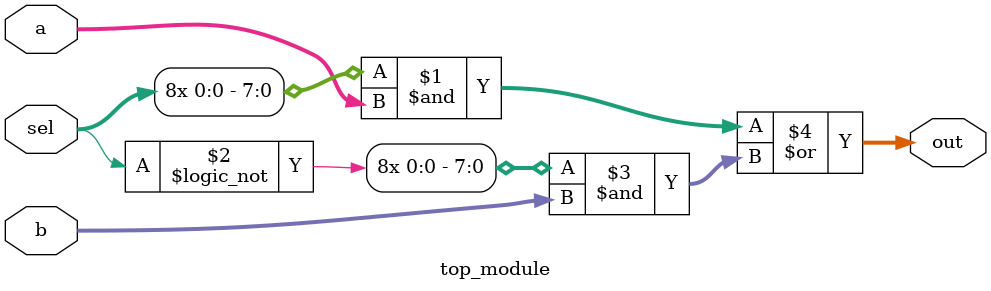
<source format=v>
/*
This 8-bit wide 2-to-1 multiplexer doesn't work. Fix the bug(s).

module top_module (
    input sel,
    input [7:0] a,
    input [7:0] b,
    output out  );

    assign out = (~sel & a) | (sel & b);

endmodule
*/

module top_module (
    input sel,
    input [7:0] a,
    input [7:0] b,

    // add [7:0] to output
    output[7:0] out  );

    // changed a and b => if 1 => return a; if 0 => return b
    // added concatenation of 1-bit wide sel and !sel bits
    assign out = ({8{sel}} & a) | ({8{!sel}} & b);

endmodule
</source>
